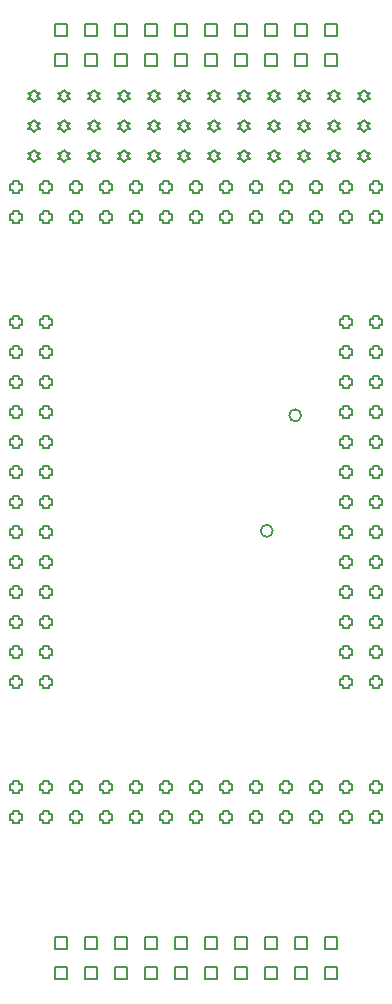
<source format=gbr>
%TF.GenerationSoftware,Altium Limited,Altium Designer,23.4.1 (23)*%
G04 Layer_Color=2752767*
%FSLAX45Y45*%
%MOMM*%
%TF.SameCoordinates,7ABC1050-9991-4EB7-8225-191FA7049C92*%
%TF.FilePolarity,Positive*%
%TF.FileFunction,Drawing*%
%TF.Part,Single*%
G01*
G75*
%TA.AperFunction,NonConductor*%
%ADD25C,0.12700*%
%ADD84C,0.16933*%
D25*
X100600Y1807600D02*
Y1782200D01*
X151400D01*
Y1807600D01*
X176800D01*
Y1858400D01*
X151400D01*
Y1883800D01*
X100600D01*
Y1858400D01*
X75200D01*
Y1807600D01*
X100600D01*
Y2061600D02*
Y2036200D01*
X151400D01*
Y2061600D01*
X176800D01*
Y2112400D01*
X151400D01*
Y2137800D01*
X100600D01*
Y2112400D01*
X75200D01*
Y2061600D01*
X100600D01*
X354600Y1807600D02*
Y1782200D01*
X405400D01*
Y1807600D01*
X430800D01*
Y1858400D01*
X405400D01*
Y1883800D01*
X354600D01*
Y1858400D01*
X329200D01*
Y1807600D01*
X354600D01*
Y2061600D02*
Y2036200D01*
X405400D01*
Y2061600D01*
X430800D01*
Y2112400D01*
X405400D01*
Y2137800D01*
X354600D01*
Y2112400D01*
X329200D01*
Y2061600D01*
X354600D01*
X608600Y1807600D02*
Y1782200D01*
X659400D01*
Y1807600D01*
X684800D01*
Y1858400D01*
X659400D01*
Y1883800D01*
X608600D01*
Y1858400D01*
X583200D01*
Y1807600D01*
X608600D01*
Y2061600D02*
Y2036200D01*
X659400D01*
Y2061600D01*
X684800D01*
Y2112400D01*
X659400D01*
Y2137800D01*
X608600D01*
Y2112400D01*
X583200D01*
Y2061600D01*
X608600D01*
X862600Y1807600D02*
Y1782200D01*
X913400D01*
Y1807600D01*
X938800D01*
Y1858400D01*
X913400D01*
Y1883800D01*
X862600D01*
Y1858400D01*
X837200D01*
Y1807600D01*
X862600D01*
Y2061600D02*
Y2036200D01*
X913400D01*
Y2061600D01*
X938800D01*
Y2112400D01*
X913400D01*
Y2137800D01*
X862600D01*
Y2112400D01*
X837200D01*
Y2061600D01*
X862600D01*
X1116600Y1807600D02*
Y1782200D01*
X1167400D01*
Y1807600D01*
X1192800D01*
Y1858400D01*
X1167400D01*
Y1883800D01*
X1116600D01*
Y1858400D01*
X1091200D01*
Y1807600D01*
X1116600D01*
Y2061600D02*
Y2036200D01*
X1167400D01*
Y2061600D01*
X1192800D01*
Y2112400D01*
X1167400D01*
Y2137800D01*
X1116600D01*
Y2112400D01*
X1091200D01*
Y2061600D01*
X1116600D01*
X1370600Y1807600D02*
Y1782200D01*
X1421400D01*
Y1807600D01*
X1446800D01*
Y1858400D01*
X1421400D01*
Y1883800D01*
X1370600D01*
Y1858400D01*
X1345200D01*
Y1807600D01*
X1370600D01*
Y2061600D02*
Y2036200D01*
X1421400D01*
Y2061600D01*
X1446800D01*
Y2112400D01*
X1421400D01*
Y2137800D01*
X1370600D01*
Y2112400D01*
X1345200D01*
Y2061600D01*
X1370600D01*
X1624600Y1807600D02*
Y1782200D01*
X1675400D01*
Y1807600D01*
X1700800D01*
Y1858400D01*
X1675400D01*
Y1883800D01*
X1624600D01*
Y1858400D01*
X1599200D01*
Y1807600D01*
X1624600D01*
Y2061600D02*
Y2036200D01*
X1675400D01*
Y2061600D01*
X1700800D01*
Y2112400D01*
X1675400D01*
Y2137800D01*
X1624600D01*
Y2112400D01*
X1599200D01*
Y2061600D01*
X1624600D01*
X1878600Y1807600D02*
Y1782200D01*
X1929400D01*
Y1807600D01*
X1954800D01*
Y1858400D01*
X1929400D01*
Y1883800D01*
X1878600D01*
Y1858400D01*
X1853200D01*
Y1807600D01*
X1878600D01*
Y2061600D02*
Y2036200D01*
X1929400D01*
Y2061600D01*
X1954800D01*
Y2112400D01*
X1929400D01*
Y2137800D01*
X1878600D01*
Y2112400D01*
X1853200D01*
Y2061600D01*
X1878600D01*
X2132600Y1807600D02*
Y1782200D01*
X2183400D01*
Y1807600D01*
X2208800D01*
Y1858400D01*
X2183400D01*
Y1883800D01*
X2132600D01*
Y1858400D01*
X2107200D01*
Y1807600D01*
X2132600D01*
Y2061600D02*
Y2036200D01*
X2183400D01*
Y2061600D01*
X2208800D01*
Y2112400D01*
X2183400D01*
Y2137800D01*
X2132600D01*
Y2112400D01*
X2107200D01*
Y2061600D01*
X2132600D01*
X2386600Y1807600D02*
Y1782200D01*
X2437400D01*
Y1807600D01*
X2462800D01*
Y1858400D01*
X2437400D01*
Y1883800D01*
X2386600D01*
Y1858400D01*
X2361200D01*
Y1807600D01*
X2386600D01*
Y2061600D02*
Y2036200D01*
X2437400D01*
Y2061600D01*
X2462800D01*
Y2112400D01*
X2437400D01*
Y2137800D01*
X2386600D01*
Y2112400D01*
X2361200D01*
Y2061600D01*
X2386600D01*
X2640600Y1807600D02*
Y1782200D01*
X2691400D01*
Y1807600D01*
X2716800D01*
Y1858400D01*
X2691400D01*
Y1883800D01*
X2640600D01*
Y1858400D01*
X2615200D01*
Y1807600D01*
X2640600D01*
Y2061600D02*
Y2036200D01*
X2691400D01*
Y2061600D01*
X2716800D01*
Y2112400D01*
X2691400D01*
Y2137800D01*
X2640600D01*
Y2112400D01*
X2615200D01*
Y2061600D01*
X2640600D01*
X2894600Y1807600D02*
Y1782200D01*
X2945400D01*
Y1807600D01*
X2970800D01*
Y1858400D01*
X2945400D01*
Y1883800D01*
X2894600D01*
Y1858400D01*
X2869200D01*
Y1807600D01*
X2894600D01*
Y2061600D02*
Y2036200D01*
X2945400D01*
Y2061600D01*
X2970800D01*
Y2112400D01*
X2945400D01*
Y2137800D01*
X2894600D01*
Y2112400D01*
X2869200D01*
Y2061600D01*
X2894600D01*
X3148600Y1807600D02*
Y1782200D01*
X3199400D01*
Y1807600D01*
X3224800D01*
Y1858400D01*
X3199400D01*
Y1883800D01*
X3148600D01*
Y1858400D01*
X3123200D01*
Y1807600D01*
X3148600D01*
Y2061600D02*
Y2036200D01*
X3199400D01*
Y2061600D01*
X3224800D01*
Y2112400D01*
X3199400D01*
Y2137800D01*
X3148600D01*
Y2112400D01*
X3123200D01*
Y2061600D01*
X3148600D01*
X101600Y6887600D02*
Y6862200D01*
X152400D01*
Y6887600D01*
X177800D01*
Y6938400D01*
X152400D01*
Y6963800D01*
X101600D01*
Y6938400D01*
X76200D01*
Y6887600D01*
X101600D01*
Y7141600D02*
Y7116200D01*
X152400D01*
Y7141600D01*
X177800D01*
Y7192400D01*
X152400D01*
Y7217800D01*
X101600D01*
Y7192400D01*
X76200D01*
Y7141600D01*
X101600D01*
X355600Y6887600D02*
Y6862200D01*
X406400D01*
Y6887600D01*
X431800D01*
Y6938400D01*
X406400D01*
Y6963800D01*
X355600D01*
Y6938400D01*
X330200D01*
Y6887600D01*
X355600D01*
Y7141600D02*
Y7116200D01*
X406400D01*
Y7141600D01*
X431800D01*
Y7192400D01*
X406400D01*
Y7217800D01*
X355600D01*
Y7192400D01*
X330200D01*
Y7141600D01*
X355600D01*
X609600Y6887600D02*
Y6862200D01*
X660400D01*
Y6887600D01*
X685800D01*
Y6938400D01*
X660400D01*
Y6963800D01*
X609600D01*
Y6938400D01*
X584200D01*
Y6887600D01*
X609600D01*
Y7141600D02*
Y7116200D01*
X660400D01*
Y7141600D01*
X685800D01*
Y7192400D01*
X660400D01*
Y7217800D01*
X609600D01*
Y7192400D01*
X584200D01*
Y7141600D01*
X609600D01*
X863600Y6887600D02*
Y6862200D01*
X914400D01*
Y6887600D01*
X939800D01*
Y6938400D01*
X914400D01*
Y6963800D01*
X863600D01*
Y6938400D01*
X838200D01*
Y6887600D01*
X863600D01*
Y7141600D02*
Y7116200D01*
X914400D01*
Y7141600D01*
X939800D01*
Y7192400D01*
X914400D01*
Y7217800D01*
X863600D01*
Y7192400D01*
X838200D01*
Y7141600D01*
X863600D01*
X1117600Y6887600D02*
Y6862200D01*
X1168400D01*
Y6887600D01*
X1193800D01*
Y6938400D01*
X1168400D01*
Y6963800D01*
X1117600D01*
Y6938400D01*
X1092200D01*
Y6887600D01*
X1117600D01*
Y7141600D02*
Y7116200D01*
X1168400D01*
Y7141600D01*
X1193800D01*
Y7192400D01*
X1168400D01*
Y7217800D01*
X1117600D01*
Y7192400D01*
X1092200D01*
Y7141600D01*
X1117600D01*
X1371600Y6887600D02*
Y6862200D01*
X1422400D01*
Y6887600D01*
X1447800D01*
Y6938400D01*
X1422400D01*
Y6963800D01*
X1371600D01*
Y6938400D01*
X1346200D01*
Y6887600D01*
X1371600D01*
Y7141600D02*
Y7116200D01*
X1422400D01*
Y7141600D01*
X1447800D01*
Y7192400D01*
X1422400D01*
Y7217800D01*
X1371600D01*
Y7192400D01*
X1346200D01*
Y7141600D01*
X1371600D01*
X1625600Y6887600D02*
Y6862200D01*
X1676400D01*
Y6887600D01*
X1701800D01*
Y6938400D01*
X1676400D01*
Y6963800D01*
X1625600D01*
Y6938400D01*
X1600200D01*
Y6887600D01*
X1625600D01*
Y7141600D02*
Y7116200D01*
X1676400D01*
Y7141600D01*
X1701800D01*
Y7192400D01*
X1676400D01*
Y7217800D01*
X1625600D01*
Y7192400D01*
X1600200D01*
Y7141600D01*
X1625600D01*
X1879600Y6887600D02*
Y6862200D01*
X1930400D01*
Y6887600D01*
X1955800D01*
Y6938400D01*
X1930400D01*
Y6963800D01*
X1879600D01*
Y6938400D01*
X1854200D01*
Y6887600D01*
X1879600D01*
Y7141600D02*
Y7116200D01*
X1930400D01*
Y7141600D01*
X1955800D01*
Y7192400D01*
X1930400D01*
Y7217800D01*
X1879600D01*
Y7192400D01*
X1854200D01*
Y7141600D01*
X1879600D01*
X2133600Y6887600D02*
Y6862200D01*
X2184400D01*
Y6887600D01*
X2209800D01*
Y6938400D01*
X2184400D01*
Y6963800D01*
X2133600D01*
Y6938400D01*
X2108200D01*
Y6887600D01*
X2133600D01*
Y7141600D02*
Y7116200D01*
X2184400D01*
Y7141600D01*
X2209800D01*
Y7192400D01*
X2184400D01*
Y7217800D01*
X2133600D01*
Y7192400D01*
X2108200D01*
Y7141600D01*
X2133600D01*
X2387600Y6887600D02*
Y6862200D01*
X2438400D01*
Y6887600D01*
X2463800D01*
Y6938400D01*
X2438400D01*
Y6963800D01*
X2387600D01*
Y6938400D01*
X2362200D01*
Y6887600D01*
X2387600D01*
Y7141600D02*
Y7116200D01*
X2438400D01*
Y7141600D01*
X2463800D01*
Y7192400D01*
X2438400D01*
Y7217800D01*
X2387600D01*
Y7192400D01*
X2362200D01*
Y7141600D01*
X2387600D01*
X2641600Y6887600D02*
Y6862200D01*
X2692400D01*
Y6887600D01*
X2717800D01*
Y6938400D01*
X2692400D01*
Y6963800D01*
X2641600D01*
Y6938400D01*
X2616200D01*
Y6887600D01*
X2641600D01*
Y7141600D02*
Y7116200D01*
X2692400D01*
Y7141600D01*
X2717800D01*
Y7192400D01*
X2692400D01*
Y7217800D01*
X2641600D01*
Y7192400D01*
X2616200D01*
Y7141600D01*
X2641600D01*
X2895600Y6887600D02*
Y6862200D01*
X2946400D01*
Y6887600D01*
X2971800D01*
Y6938400D01*
X2946400D01*
Y6963800D01*
X2895600D01*
Y6938400D01*
X2870200D01*
Y6887600D01*
X2895600D01*
Y7141600D02*
Y7116200D01*
X2946400D01*
Y7141600D01*
X2971800D01*
Y7192400D01*
X2946400D01*
Y7217800D01*
X2895600D01*
Y7192400D01*
X2870200D01*
Y7141600D01*
X2895600D01*
X3149600Y6887600D02*
Y6862200D01*
X3200400D01*
Y6887600D01*
X3225800D01*
Y6938400D01*
X3200400D01*
Y6963800D01*
X3149600D01*
Y6938400D01*
X3124200D01*
Y6887600D01*
X3149600D01*
Y7141600D02*
Y7116200D01*
X3200400D01*
Y7141600D01*
X3225800D01*
Y7192400D01*
X3200400D01*
Y7217800D01*
X3149600D01*
Y7192400D01*
X3124200D01*
Y7141600D01*
X3149600D01*
X3147600Y2950600D02*
Y2925200D01*
X3198400D01*
Y2950600D01*
X3223800D01*
Y3001400D01*
X3198400D01*
Y3026800D01*
X3147600D01*
Y3001400D01*
X3122200D01*
Y2950600D01*
X3147600D01*
X2893600D02*
Y2925200D01*
X2944400D01*
Y2950600D01*
X2969800D01*
Y3001400D01*
X2944400D01*
Y3026800D01*
X2893600D01*
Y3001400D01*
X2868200D01*
Y2950600D01*
X2893600D01*
X3147600Y3204600D02*
Y3179200D01*
X3198400D01*
Y3204600D01*
X3223800D01*
Y3255400D01*
X3198400D01*
Y3280800D01*
X3147600D01*
Y3255400D01*
X3122200D01*
Y3204600D01*
X3147600D01*
X2893600D02*
Y3179200D01*
X2944400D01*
Y3204600D01*
X2969800D01*
Y3255400D01*
X2944400D01*
Y3280800D01*
X2893600D01*
Y3255400D01*
X2868200D01*
Y3204600D01*
X2893600D01*
X3147600Y3458600D02*
Y3433200D01*
X3198400D01*
Y3458600D01*
X3223800D01*
Y3509400D01*
X3198400D01*
Y3534800D01*
X3147600D01*
Y3509400D01*
X3122200D01*
Y3458600D01*
X3147600D01*
X2893600D02*
Y3433200D01*
X2944400D01*
Y3458600D01*
X2969800D01*
Y3509400D01*
X2944400D01*
Y3534800D01*
X2893600D01*
Y3509400D01*
X2868200D01*
Y3458600D01*
X2893600D01*
X3147600Y3712600D02*
Y3687200D01*
X3198400D01*
Y3712600D01*
X3223800D01*
Y3763400D01*
X3198400D01*
Y3788800D01*
X3147600D01*
Y3763400D01*
X3122200D01*
Y3712600D01*
X3147600D01*
X2893600D02*
Y3687200D01*
X2944400D01*
Y3712600D01*
X2969800D01*
Y3763400D01*
X2944400D01*
Y3788800D01*
X2893600D01*
Y3763400D01*
X2868200D01*
Y3712600D01*
X2893600D01*
X3147600Y3966600D02*
Y3941200D01*
X3198400D01*
Y3966600D01*
X3223800D01*
Y4017400D01*
X3198400D01*
Y4042800D01*
X3147600D01*
Y4017400D01*
X3122200D01*
Y3966600D01*
X3147600D01*
X2893600D02*
Y3941200D01*
X2944400D01*
Y3966600D01*
X2969800D01*
Y4017400D01*
X2944400D01*
Y4042800D01*
X2893600D01*
Y4017400D01*
X2868200D01*
Y3966600D01*
X2893600D01*
X3147600Y4220600D02*
Y4195200D01*
X3198400D01*
Y4220600D01*
X3223800D01*
Y4271400D01*
X3198400D01*
Y4296800D01*
X3147600D01*
Y4271400D01*
X3122200D01*
Y4220600D01*
X3147600D01*
X2893600D02*
Y4195200D01*
X2944400D01*
Y4220600D01*
X2969800D01*
Y4271400D01*
X2944400D01*
Y4296800D01*
X2893600D01*
Y4271400D01*
X2868200D01*
Y4220600D01*
X2893600D01*
X3147600Y4474600D02*
Y4449200D01*
X3198400D01*
Y4474600D01*
X3223800D01*
Y4525400D01*
X3198400D01*
Y4550800D01*
X3147600D01*
Y4525400D01*
X3122200D01*
Y4474600D01*
X3147600D01*
X2893600D02*
Y4449200D01*
X2944400D01*
Y4474600D01*
X2969800D01*
Y4525400D01*
X2944400D01*
Y4550800D01*
X2893600D01*
Y4525400D01*
X2868200D01*
Y4474600D01*
X2893600D01*
X3147600Y4728600D02*
Y4703200D01*
X3198400D01*
Y4728600D01*
X3223800D01*
Y4779400D01*
X3198400D01*
Y4804800D01*
X3147600D01*
Y4779400D01*
X3122200D01*
Y4728600D01*
X3147600D01*
X2893600D02*
Y4703200D01*
X2944400D01*
Y4728600D01*
X2969800D01*
Y4779400D01*
X2944400D01*
Y4804800D01*
X2893600D01*
Y4779400D01*
X2868200D01*
Y4728600D01*
X2893600D01*
X3147600Y4982600D02*
Y4957200D01*
X3198400D01*
Y4982600D01*
X3223800D01*
Y5033400D01*
X3198400D01*
Y5058800D01*
X3147600D01*
Y5033400D01*
X3122200D01*
Y4982600D01*
X3147600D01*
X2893600D02*
Y4957200D01*
X2944400D01*
Y4982600D01*
X2969800D01*
Y5033400D01*
X2944400D01*
Y5058800D01*
X2893600D01*
Y5033400D01*
X2868200D01*
Y4982600D01*
X2893600D01*
X3147600Y5236600D02*
Y5211200D01*
X3198400D01*
Y5236600D01*
X3223800D01*
Y5287400D01*
X3198400D01*
Y5312800D01*
X3147600D01*
Y5287400D01*
X3122200D01*
Y5236600D01*
X3147600D01*
X2893600D02*
Y5211200D01*
X2944400D01*
Y5236600D01*
X2969800D01*
Y5287400D01*
X2944400D01*
Y5312800D01*
X2893600D01*
Y5287400D01*
X2868200D01*
Y5236600D01*
X2893600D01*
X3147600Y5490600D02*
Y5465200D01*
X3198400D01*
Y5490600D01*
X3223800D01*
Y5541400D01*
X3198400D01*
Y5566800D01*
X3147600D01*
Y5541400D01*
X3122200D01*
Y5490600D01*
X3147600D01*
X2893600D02*
Y5465200D01*
X2944400D01*
Y5490600D01*
X2969800D01*
Y5541400D01*
X2944400D01*
Y5566800D01*
X2893600D01*
Y5541400D01*
X2868200D01*
Y5490600D01*
X2893600D01*
X3147600Y5744600D02*
Y5719200D01*
X3198400D01*
Y5744600D01*
X3223800D01*
Y5795400D01*
X3198400D01*
Y5820800D01*
X3147600D01*
Y5795400D01*
X3122200D01*
Y5744600D01*
X3147600D01*
X2893600D02*
Y5719200D01*
X2944400D01*
Y5744600D01*
X2969800D01*
Y5795400D01*
X2944400D01*
Y5820800D01*
X2893600D01*
Y5795400D01*
X2868200D01*
Y5744600D01*
X2893600D01*
X3147600Y5998600D02*
Y5973200D01*
X3198400D01*
Y5998600D01*
X3223800D01*
Y6049400D01*
X3198400D01*
Y6074800D01*
X3147600D01*
Y6049400D01*
X3122200D01*
Y5998600D01*
X3147600D01*
X2893600D02*
Y5973200D01*
X2944400D01*
Y5998600D01*
X2969800D01*
Y6049400D01*
X2944400D01*
Y6074800D01*
X2893600D01*
Y6049400D01*
X2868200D01*
Y5998600D01*
X2893600D01*
X101600D02*
Y5973200D01*
X152400D01*
Y5998600D01*
X177800D01*
Y6049400D01*
X152400D01*
Y6074800D01*
X101600D01*
Y6049400D01*
X76200D01*
Y5998600D01*
X101600D01*
X355600D02*
Y5973200D01*
X406400D01*
Y5998600D01*
X431800D01*
Y6049400D01*
X406400D01*
Y6074800D01*
X355600D01*
Y6049400D01*
X330200D01*
Y5998600D01*
X355600D01*
X101600Y5744600D02*
Y5719200D01*
X152400D01*
Y5744600D01*
X177800D01*
Y5795400D01*
X152400D01*
Y5820800D01*
X101600D01*
Y5795400D01*
X76200D01*
Y5744600D01*
X101600D01*
X355600D02*
Y5719200D01*
X406400D01*
Y5744600D01*
X431800D01*
Y5795400D01*
X406400D01*
Y5820800D01*
X355600D01*
Y5795400D01*
X330200D01*
Y5744600D01*
X355600D01*
X101600Y5490600D02*
Y5465200D01*
X152400D01*
Y5490600D01*
X177800D01*
Y5541400D01*
X152400D01*
Y5566800D01*
X101600D01*
Y5541400D01*
X76200D01*
Y5490600D01*
X101600D01*
X355600D02*
Y5465200D01*
X406400D01*
Y5490600D01*
X431800D01*
Y5541400D01*
X406400D01*
Y5566800D01*
X355600D01*
Y5541400D01*
X330200D01*
Y5490600D01*
X355600D01*
X101600Y5236600D02*
Y5211200D01*
X152400D01*
Y5236600D01*
X177800D01*
Y5287400D01*
X152400D01*
Y5312800D01*
X101600D01*
Y5287400D01*
X76200D01*
Y5236600D01*
X101600D01*
X355600D02*
Y5211200D01*
X406400D01*
Y5236600D01*
X431800D01*
Y5287400D01*
X406400D01*
Y5312800D01*
X355600D01*
Y5287400D01*
X330200D01*
Y5236600D01*
X355600D01*
X101600Y4982600D02*
Y4957200D01*
X152400D01*
Y4982600D01*
X177800D01*
Y5033400D01*
X152400D01*
Y5058800D01*
X101600D01*
Y5033400D01*
X76200D01*
Y4982600D01*
X101600D01*
X355600D02*
Y4957200D01*
X406400D01*
Y4982600D01*
X431800D01*
Y5033400D01*
X406400D01*
Y5058800D01*
X355600D01*
Y5033400D01*
X330200D01*
Y4982600D01*
X355600D01*
X101600Y4728600D02*
Y4703200D01*
X152400D01*
Y4728600D01*
X177800D01*
Y4779400D01*
X152400D01*
Y4804800D01*
X101600D01*
Y4779400D01*
X76200D01*
Y4728600D01*
X101600D01*
X355600D02*
Y4703200D01*
X406400D01*
Y4728600D01*
X431800D01*
Y4779400D01*
X406400D01*
Y4804800D01*
X355600D01*
Y4779400D01*
X330200D01*
Y4728600D01*
X355600D01*
X101600Y4474600D02*
Y4449200D01*
X152400D01*
Y4474600D01*
X177800D01*
Y4525400D01*
X152400D01*
Y4550800D01*
X101600D01*
Y4525400D01*
X76200D01*
Y4474600D01*
X101600D01*
X355600D02*
Y4449200D01*
X406400D01*
Y4474600D01*
X431800D01*
Y4525400D01*
X406400D01*
Y4550800D01*
X355600D01*
Y4525400D01*
X330200D01*
Y4474600D01*
X355600D01*
X101600Y4220600D02*
Y4195200D01*
X152400D01*
Y4220600D01*
X177800D01*
Y4271400D01*
X152400D01*
Y4296800D01*
X101600D01*
Y4271400D01*
X76200D01*
Y4220600D01*
X101600D01*
X355600D02*
Y4195200D01*
X406400D01*
Y4220600D01*
X431800D01*
Y4271400D01*
X406400D01*
Y4296800D01*
X355600D01*
Y4271400D01*
X330200D01*
Y4220600D01*
X355600D01*
X101600Y3966600D02*
Y3941200D01*
X152400D01*
Y3966600D01*
X177800D01*
Y4017400D01*
X152400D01*
Y4042800D01*
X101600D01*
Y4017400D01*
X76200D01*
Y3966600D01*
X101600D01*
X355600D02*
Y3941200D01*
X406400D01*
Y3966600D01*
X431800D01*
Y4017400D01*
X406400D01*
Y4042800D01*
X355600D01*
Y4017400D01*
X330200D01*
Y3966600D01*
X355600D01*
X101600Y3712600D02*
Y3687200D01*
X152400D01*
Y3712600D01*
X177800D01*
Y3763400D01*
X152400D01*
Y3788800D01*
X101600D01*
Y3763400D01*
X76200D01*
Y3712600D01*
X101600D01*
X355600D02*
Y3687200D01*
X406400D01*
Y3712600D01*
X431800D01*
Y3763400D01*
X406400D01*
Y3788800D01*
X355600D01*
Y3763400D01*
X330200D01*
Y3712600D01*
X355600D01*
X101600Y3458600D02*
Y3433200D01*
X152400D01*
Y3458600D01*
X177800D01*
Y3509400D01*
X152400D01*
Y3534800D01*
X101600D01*
Y3509400D01*
X76200D01*
Y3458600D01*
X101600D01*
X355600D02*
Y3433200D01*
X406400D01*
Y3458600D01*
X431800D01*
Y3509400D01*
X406400D01*
Y3534800D01*
X355600D01*
Y3509400D01*
X330200D01*
Y3458600D01*
X355600D01*
X101600Y3204600D02*
Y3179200D01*
X152400D01*
Y3204600D01*
X177800D01*
Y3255400D01*
X152400D01*
Y3280800D01*
X101600D01*
Y3255400D01*
X76200D01*
Y3204600D01*
X101600D01*
X355600D02*
Y3179200D01*
X406400D01*
Y3204600D01*
X431800D01*
Y3255400D01*
X406400D01*
Y3280800D01*
X355600D01*
Y3255400D01*
X330200D01*
Y3204600D01*
X355600D01*
X101600Y2950600D02*
Y2925200D01*
X152400D01*
Y2950600D01*
X177800D01*
Y3001400D01*
X152400D01*
Y3026800D01*
X101600D01*
Y3001400D01*
X76200D01*
Y2950600D01*
X101600D01*
X355600D02*
Y2925200D01*
X406400D01*
Y2950600D01*
X431800D01*
Y3001400D01*
X406400D01*
Y3026800D01*
X355600D01*
Y3001400D01*
X330200D01*
Y2950600D01*
X355600D01*
X457200Y457200D02*
Y558800D01*
X558800D01*
Y457200D01*
X457200D01*
Y711200D02*
Y812800D01*
X558800D01*
Y711200D01*
X457200D01*
X711200Y457200D02*
Y558800D01*
X812800D01*
Y457200D01*
X711200D01*
Y711200D02*
Y812800D01*
X812800D01*
Y711200D01*
X711200D01*
X965200Y457200D02*
Y558800D01*
X1066800D01*
Y457200D01*
X965200D01*
Y711200D02*
Y812800D01*
X1066800D01*
Y711200D01*
X965200D01*
X1219200Y457200D02*
Y558800D01*
X1320800D01*
Y457200D01*
X1219200D01*
Y711200D02*
Y812800D01*
X1320800D01*
Y711200D01*
X1219200D01*
X1473200Y457200D02*
Y558800D01*
X1574800D01*
Y457200D01*
X1473200D01*
Y711200D02*
Y812800D01*
X1574800D01*
Y711200D01*
X1473200D01*
X1727200Y457200D02*
Y558800D01*
X1828800D01*
Y457200D01*
X1727200D01*
Y711200D02*
Y812800D01*
X1828800D01*
Y711200D01*
X1727200D01*
X1981200Y457200D02*
Y558800D01*
X2082800D01*
Y457200D01*
X1981200D01*
Y711200D02*
Y812800D01*
X2082800D01*
Y711200D01*
X1981200D01*
X2235200Y457200D02*
Y558800D01*
X2336800D01*
Y457200D01*
X2235200D01*
Y711200D02*
Y812800D01*
X2336800D01*
Y711200D01*
X2235200D01*
X2489200Y457200D02*
Y558800D01*
X2590800D01*
Y457200D01*
X2489200D01*
Y711200D02*
Y812800D01*
X2590800D01*
Y711200D01*
X2489200D01*
X2743200Y457200D02*
Y558800D01*
X2844800D01*
Y457200D01*
X2743200D01*
Y711200D02*
Y812800D01*
X2844800D01*
Y711200D01*
X2743200D01*
X279400Y7378700D02*
X304800Y7404100D01*
X330200D01*
X304800Y7429500D01*
X330200Y7454900D01*
X304800D01*
X279400Y7480300D01*
X254000Y7454900D01*
X228600D01*
X254000Y7429500D01*
X228600Y7404100D01*
X254000D01*
X279400Y7378700D01*
X1041400D02*
X1066800Y7404100D01*
X1092200D01*
X1066800Y7429500D01*
X1092200Y7454900D01*
X1066800D01*
X1041400Y7480300D01*
X1016000Y7454900D01*
X990600D01*
X1016000Y7429500D01*
X990600Y7404100D01*
X1016000D01*
X1041400Y7378700D01*
X533400D02*
X558800Y7404100D01*
X584200D01*
X558800Y7429500D01*
X584200Y7454900D01*
X558800D01*
X533400Y7480300D01*
X508000Y7454900D01*
X482600D01*
X508000Y7429500D01*
X482600Y7404100D01*
X508000D01*
X533400Y7378700D01*
X787400D02*
X812800Y7404100D01*
X838200D01*
X812800Y7429500D01*
X838200Y7454900D01*
X812800D01*
X787400Y7480300D01*
X762000Y7454900D01*
X736600D01*
X762000Y7429500D01*
X736600Y7404100D01*
X762000D01*
X787400Y7378700D01*
X1295400D02*
X1320800Y7404100D01*
X1346200D01*
X1320800Y7429500D01*
X1346200Y7454900D01*
X1320800D01*
X1295400Y7480300D01*
X1270000Y7454900D01*
X1244600D01*
X1270000Y7429500D01*
X1244600Y7404100D01*
X1270000D01*
X1295400Y7378700D01*
X2057400D02*
X2082800Y7404100D01*
X2108200D01*
X2082800Y7429500D01*
X2108200Y7454900D01*
X2082800D01*
X2057400Y7480300D01*
X2032000Y7454900D01*
X2006600D01*
X2032000Y7429500D01*
X2006600Y7404100D01*
X2032000D01*
X2057400Y7378700D01*
X1803400D02*
X1828800Y7404100D01*
X1854200D01*
X1828800Y7429500D01*
X1854200Y7454900D01*
X1828800D01*
X1803400Y7480300D01*
X1778000Y7454900D01*
X1752600D01*
X1778000Y7429500D01*
X1752600Y7404100D01*
X1778000D01*
X1803400Y7378700D01*
X1549400D02*
X1574800Y7404100D01*
X1600200D01*
X1574800Y7429500D01*
X1600200Y7454900D01*
X1574800D01*
X1549400Y7480300D01*
X1524000Y7454900D01*
X1498600D01*
X1524000Y7429500D01*
X1498600Y7404100D01*
X1524000D01*
X1549400Y7378700D01*
X3073400D02*
X3098800Y7404100D01*
X3124200D01*
X3098800Y7429500D01*
X3124200Y7454900D01*
X3098800D01*
X3073400Y7480300D01*
X3048000Y7454900D01*
X3022600D01*
X3048000Y7429500D01*
X3022600Y7404100D01*
X3048000D01*
X3073400Y7378700D01*
X2819400D02*
X2844800Y7404100D01*
X2870200D01*
X2844800Y7429500D01*
X2870200Y7454900D01*
X2844800D01*
X2819400Y7480300D01*
X2794000Y7454900D01*
X2768600D01*
X2794000Y7429500D01*
X2768600Y7404100D01*
X2794000D01*
X2819400Y7378700D01*
X2311400D02*
X2336800Y7404100D01*
X2362200D01*
X2336800Y7429500D01*
X2362200Y7454900D01*
X2336800D01*
X2311400Y7480300D01*
X2286000Y7454900D01*
X2260600D01*
X2286000Y7429500D01*
X2260600Y7404100D01*
X2286000D01*
X2311400Y7378700D01*
X2565400D02*
X2590800Y7404100D01*
X2616200D01*
X2590800Y7429500D01*
X2616200Y7454900D01*
X2590800D01*
X2565400Y7480300D01*
X2540000Y7454900D01*
X2514600D01*
X2540000Y7429500D01*
X2514600Y7404100D01*
X2540000D01*
X2565400Y7378700D01*
X2311400Y7886700D02*
X2336800Y7912100D01*
X2362200D01*
X2336800Y7937500D01*
X2362200Y7962900D01*
X2336800D01*
X2311400Y7988300D01*
X2286000Y7962900D01*
X2260600D01*
X2286000Y7937500D01*
X2260600Y7912100D01*
X2286000D01*
X2311400Y7886700D01*
Y7632700D02*
X2336800Y7658100D01*
X2362200D01*
X2336800Y7683500D01*
X2362200Y7708900D01*
X2336800D01*
X2311400Y7734300D01*
X2286000Y7708900D01*
X2260600D01*
X2286000Y7683500D01*
X2260600Y7658100D01*
X2286000D01*
X2311400Y7632700D01*
X2565400D02*
X2590800Y7658100D01*
X2616200D01*
X2590800Y7683500D01*
X2616200Y7708900D01*
X2590800D01*
X2565400Y7734300D01*
X2540000Y7708900D01*
X2514600D01*
X2540000Y7683500D01*
X2514600Y7658100D01*
X2540000D01*
X2565400Y7632700D01*
Y7886700D02*
X2590800Y7912100D01*
X2616200D01*
X2590800Y7937500D01*
X2616200Y7962900D01*
X2590800D01*
X2565400Y7988300D01*
X2540000Y7962900D01*
X2514600D01*
X2540000Y7937500D01*
X2514600Y7912100D01*
X2540000D01*
X2565400Y7886700D01*
X3073400D02*
X3098800Y7912100D01*
X3124200D01*
X3098800Y7937500D01*
X3124200Y7962900D01*
X3098800D01*
X3073400Y7988300D01*
X3048000Y7962900D01*
X3022600D01*
X3048000Y7937500D01*
X3022600Y7912100D01*
X3048000D01*
X3073400Y7886700D01*
Y7632700D02*
X3098800Y7658100D01*
X3124200D01*
X3098800Y7683500D01*
X3124200Y7708900D01*
X3098800D01*
X3073400Y7734300D01*
X3048000Y7708900D01*
X3022600D01*
X3048000Y7683500D01*
X3022600Y7658100D01*
X3048000D01*
X3073400Y7632700D01*
X2819400D02*
X2844800Y7658100D01*
X2870200D01*
X2844800Y7683500D01*
X2870200Y7708900D01*
X2844800D01*
X2819400Y7734300D01*
X2794000Y7708900D01*
X2768600D01*
X2794000Y7683500D01*
X2768600Y7658100D01*
X2794000D01*
X2819400Y7632700D01*
Y7886700D02*
X2844800Y7912100D01*
X2870200D01*
X2844800Y7937500D01*
X2870200Y7962900D01*
X2844800D01*
X2819400Y7988300D01*
X2794000Y7962900D01*
X2768600D01*
X2794000Y7937500D01*
X2768600Y7912100D01*
X2794000D01*
X2819400Y7886700D01*
X1295400D02*
X1320800Y7912100D01*
X1346200D01*
X1320800Y7937500D01*
X1346200Y7962900D01*
X1320800D01*
X1295400Y7988300D01*
X1270000Y7962900D01*
X1244600D01*
X1270000Y7937500D01*
X1244600Y7912100D01*
X1270000D01*
X1295400Y7886700D01*
Y7632700D02*
X1320800Y7658100D01*
X1346200D01*
X1320800Y7683500D01*
X1346200Y7708900D01*
X1320800D01*
X1295400Y7734300D01*
X1270000Y7708900D01*
X1244600D01*
X1270000Y7683500D01*
X1244600Y7658100D01*
X1270000D01*
X1295400Y7632700D01*
X1549400D02*
X1574800Y7658100D01*
X1600200D01*
X1574800Y7683500D01*
X1600200Y7708900D01*
X1574800D01*
X1549400Y7734300D01*
X1524000Y7708900D01*
X1498600D01*
X1524000Y7683500D01*
X1498600Y7658100D01*
X1524000D01*
X1549400Y7632700D01*
Y7886700D02*
X1574800Y7912100D01*
X1600200D01*
X1574800Y7937500D01*
X1600200Y7962900D01*
X1574800D01*
X1549400Y7988300D01*
X1524000Y7962900D01*
X1498600D01*
X1524000Y7937500D01*
X1498600Y7912100D01*
X1524000D01*
X1549400Y7886700D01*
X2057400D02*
X2082800Y7912100D01*
X2108200D01*
X2082800Y7937500D01*
X2108200Y7962900D01*
X2082800D01*
X2057400Y7988300D01*
X2032000Y7962900D01*
X2006600D01*
X2032000Y7937500D01*
X2006600Y7912100D01*
X2032000D01*
X2057400Y7886700D01*
Y7632700D02*
X2082800Y7658100D01*
X2108200D01*
X2082800Y7683500D01*
X2108200Y7708900D01*
X2082800D01*
X2057400Y7734300D01*
X2032000Y7708900D01*
X2006600D01*
X2032000Y7683500D01*
X2006600Y7658100D01*
X2032000D01*
X2057400Y7632700D01*
X1803400D02*
X1828800Y7658100D01*
X1854200D01*
X1828800Y7683500D01*
X1854200Y7708900D01*
X1828800D01*
X1803400Y7734300D01*
X1778000Y7708900D01*
X1752600D01*
X1778000Y7683500D01*
X1752600Y7658100D01*
X1778000D01*
X1803400Y7632700D01*
Y7886700D02*
X1828800Y7912100D01*
X1854200D01*
X1828800Y7937500D01*
X1854200Y7962900D01*
X1828800D01*
X1803400Y7988300D01*
X1778000Y7962900D01*
X1752600D01*
X1778000Y7937500D01*
X1752600Y7912100D01*
X1778000D01*
X1803400Y7886700D01*
X787400D02*
X812800Y7912100D01*
X838200D01*
X812800Y7937500D01*
X838200Y7962900D01*
X812800D01*
X787400Y7988300D01*
X762000Y7962900D01*
X736600D01*
X762000Y7937500D01*
X736600Y7912100D01*
X762000D01*
X787400Y7886700D01*
Y7632700D02*
X812800Y7658100D01*
X838200D01*
X812800Y7683500D01*
X838200Y7708900D01*
X812800D01*
X787400Y7734300D01*
X762000Y7708900D01*
X736600D01*
X762000Y7683500D01*
X736600Y7658100D01*
X762000D01*
X787400Y7632700D01*
X1041400D02*
X1066800Y7658100D01*
X1092200D01*
X1066800Y7683500D01*
X1092200Y7708900D01*
X1066800D01*
X1041400Y7734300D01*
X1016000Y7708900D01*
X990600D01*
X1016000Y7683500D01*
X990600Y7658100D01*
X1016000D01*
X1041400Y7632700D01*
Y7886700D02*
X1066800Y7912100D01*
X1092200D01*
X1066800Y7937500D01*
X1092200Y7962900D01*
X1066800D01*
X1041400Y7988300D01*
X1016000Y7962900D01*
X990600D01*
X1016000Y7937500D01*
X990600Y7912100D01*
X1016000D01*
X1041400Y7886700D01*
X533400D02*
X558800Y7912100D01*
X584200D01*
X558800Y7937500D01*
X584200Y7962900D01*
X558800D01*
X533400Y7988300D01*
X508000Y7962900D01*
X482600D01*
X508000Y7937500D01*
X482600Y7912100D01*
X508000D01*
X533400Y7886700D01*
Y7632700D02*
X558800Y7658100D01*
X584200D01*
X558800Y7683500D01*
X584200Y7708900D01*
X558800D01*
X533400Y7734300D01*
X508000Y7708900D01*
X482600D01*
X508000Y7683500D01*
X482600Y7658100D01*
X508000D01*
X533400Y7632700D01*
X279400D02*
X304800Y7658100D01*
X330200D01*
X304800Y7683500D01*
X330200Y7708900D01*
X304800D01*
X279400Y7734300D01*
X254000Y7708900D01*
X228600D01*
X254000Y7683500D01*
X228600Y7658100D01*
X254000D01*
X279400Y7632700D01*
Y7886700D02*
X304800Y7912100D01*
X330200D01*
X304800Y7937500D01*
X330200Y7962900D01*
X304800D01*
X279400Y7988300D01*
X254000Y7962900D01*
X228600D01*
X254000Y7937500D01*
X228600Y7912100D01*
X254000D01*
X279400Y7886700D01*
X457200Y8187200D02*
Y8288800D01*
X558800D01*
Y8187200D01*
X457200D01*
Y8441200D02*
Y8542800D01*
X558800D01*
Y8441200D01*
X457200D01*
X711200Y8187200D02*
Y8288800D01*
X812800D01*
Y8187200D01*
X711200D01*
Y8441200D02*
Y8542800D01*
X812800D01*
Y8441200D01*
X711200D01*
X965200Y8187200D02*
Y8288800D01*
X1066800D01*
Y8187200D01*
X965200D01*
Y8441200D02*
Y8542800D01*
X1066800D01*
Y8441200D01*
X965200D01*
X1219200Y8187200D02*
Y8288800D01*
X1320800D01*
Y8187200D01*
X1219200D01*
Y8441200D02*
Y8542800D01*
X1320800D01*
Y8441200D01*
X1219200D01*
X1473200Y8187200D02*
Y8288800D01*
X1574800D01*
Y8187200D01*
X1473200D01*
Y8441200D02*
Y8542800D01*
X1574800D01*
Y8441200D01*
X1473200D01*
X1727200Y8187200D02*
Y8288800D01*
X1828800D01*
Y8187200D01*
X1727200D01*
Y8441200D02*
Y8542800D01*
X1828800D01*
Y8441200D01*
X1727200D01*
X1981200Y8187200D02*
Y8288800D01*
X2082800D01*
Y8187200D01*
X1981200D01*
Y8441200D02*
Y8542800D01*
X2082800D01*
Y8441200D01*
X1981200D01*
X2235200Y8187200D02*
Y8288800D01*
X2336800D01*
Y8187200D01*
X2235200D01*
Y8441200D02*
Y8542800D01*
X2336800D01*
Y8441200D01*
X2235200D01*
X2489200Y8187200D02*
Y8288800D01*
X2590800D01*
Y8187200D01*
X2489200D01*
Y8441200D02*
Y8542800D01*
X2590800D01*
Y8441200D01*
X2489200D01*
X2743200Y8187200D02*
Y8288800D01*
X2844800D01*
Y8187200D01*
X2743200D01*
Y8441200D02*
Y8542800D01*
X2844800D01*
Y8441200D01*
X2743200D01*
D84*
X2298700Y4254500D02*
G03*
X2298700Y4254500I-50800J0D01*
G01*
X2540000Y5232400D02*
G03*
X2540000Y5232400I-50800J0D01*
G01*
%TF.MD5,bc7a77c2411b59da4d46bbba4e88b9be*%
M02*

</source>
